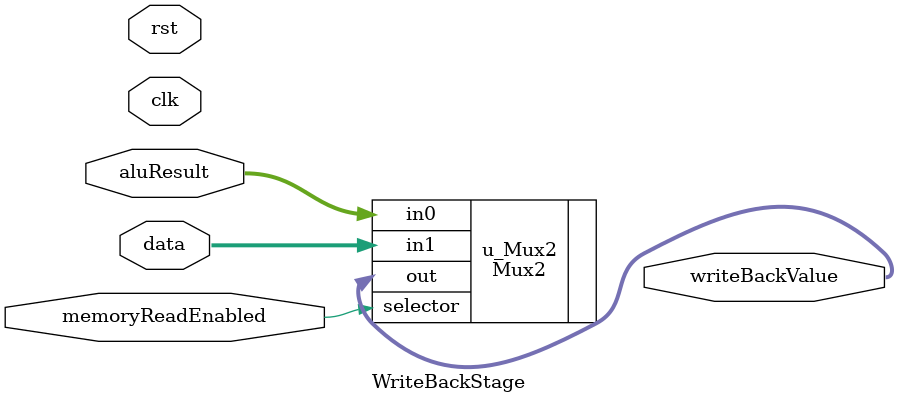
<source format=v>
module WriteBackStage(clk,
                      rst,
                      data,
                      aluResult,
                      memoryReadEnabled,
                      writeBackValue);
    
    input clk, rst;
    input [31:0] data, aluResult;
    input memoryReadEnabled;
    output [31:0] writeBackValue;
    
    Mux2 u_Mux2(
    .in0      (aluResult),
    .in1      (data),
    .selector (memoryReadEnabled),
    .out      (writeBackValue)
    );
    
endmodule

</source>
